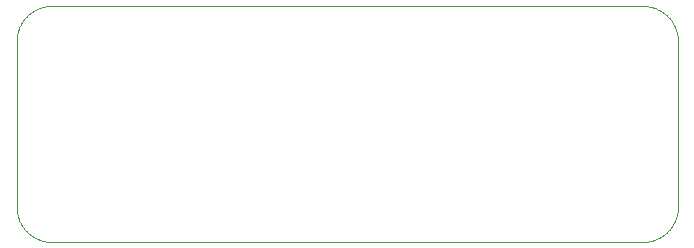
<source format=gbr>
G04 EAGLE Gerber RS-274X export*
G75*
%MOMM*%
%FSLAX34Y34*%
%LPD*%
%INBRD*%
%IPPOS*%
%AMOC8*
5,1,8,0,0,1.08239X$1,22.5*%
G01*
%ADD10C,0.000000*%


D10*
X40000Y210000D02*
X540000Y210000D01*
X540000Y10000D02*
X40000Y10000D01*
X540000Y210000D02*
X540725Y209991D01*
X541449Y209965D01*
X542173Y209921D01*
X542895Y209860D01*
X543616Y209781D01*
X544335Y209685D01*
X545051Y209572D01*
X545764Y209441D01*
X546474Y209293D01*
X547179Y209128D01*
X547881Y208946D01*
X548578Y208747D01*
X549271Y208532D01*
X549957Y208299D01*
X550638Y208050D01*
X551313Y207785D01*
X551981Y207504D01*
X552642Y207206D01*
X553296Y206893D01*
X553942Y206564D01*
X554580Y206219D01*
X555209Y205859D01*
X555829Y205484D01*
X556440Y205094D01*
X557042Y204690D01*
X557634Y204271D01*
X558215Y203837D01*
X558786Y203390D01*
X559345Y202929D01*
X559894Y202455D01*
X560430Y201968D01*
X560955Y201468D01*
X561468Y200955D01*
X561968Y200430D01*
X562455Y199894D01*
X562929Y199345D01*
X563390Y198786D01*
X563837Y198215D01*
X564271Y197634D01*
X564690Y197042D01*
X565094Y196440D01*
X565484Y195829D01*
X565859Y195209D01*
X566219Y194580D01*
X566564Y193942D01*
X566893Y193296D01*
X567206Y192642D01*
X567504Y191981D01*
X567785Y191313D01*
X568050Y190638D01*
X568299Y189957D01*
X568532Y189271D01*
X568747Y188578D01*
X568946Y187881D01*
X569128Y187179D01*
X569293Y186474D01*
X569441Y185764D01*
X569572Y185051D01*
X569685Y184335D01*
X569781Y183616D01*
X569860Y182895D01*
X569921Y182173D01*
X569965Y181449D01*
X569991Y180725D01*
X570000Y180000D01*
X570000Y40000D01*
X569991Y39275D01*
X569965Y38551D01*
X569921Y37827D01*
X569860Y37105D01*
X569781Y36384D01*
X569685Y35665D01*
X569572Y34949D01*
X569441Y34236D01*
X569293Y33526D01*
X569128Y32821D01*
X568946Y32119D01*
X568747Y31422D01*
X568532Y30729D01*
X568299Y30043D01*
X568050Y29362D01*
X567785Y28687D01*
X567504Y28019D01*
X567206Y27358D01*
X566893Y26704D01*
X566564Y26058D01*
X566219Y25420D01*
X565859Y24791D01*
X565484Y24171D01*
X565094Y23560D01*
X564690Y22958D01*
X564271Y22366D01*
X563837Y21785D01*
X563390Y21214D01*
X562929Y20655D01*
X562455Y20106D01*
X561968Y19570D01*
X561468Y19045D01*
X560955Y18532D01*
X560430Y18032D01*
X559894Y17545D01*
X559345Y17071D01*
X558786Y16610D01*
X558215Y16163D01*
X557634Y15729D01*
X557042Y15310D01*
X556440Y14906D01*
X555829Y14516D01*
X555209Y14141D01*
X554580Y13781D01*
X553942Y13436D01*
X553296Y13107D01*
X552642Y12794D01*
X551981Y12496D01*
X551313Y12215D01*
X550638Y11950D01*
X549957Y11701D01*
X549271Y11468D01*
X548578Y11253D01*
X547881Y11054D01*
X547179Y10872D01*
X546474Y10707D01*
X545764Y10559D01*
X545051Y10428D01*
X544335Y10315D01*
X543616Y10219D01*
X542895Y10140D01*
X542173Y10079D01*
X541449Y10035D01*
X540725Y10009D01*
X540000Y10000D01*
X10000Y40000D02*
X10000Y180000D01*
X10009Y180725D01*
X10035Y181449D01*
X10079Y182173D01*
X10140Y182895D01*
X10219Y183616D01*
X10315Y184335D01*
X10428Y185051D01*
X10559Y185764D01*
X10707Y186474D01*
X10872Y187179D01*
X11054Y187881D01*
X11253Y188578D01*
X11468Y189271D01*
X11701Y189957D01*
X11950Y190638D01*
X12215Y191313D01*
X12496Y191981D01*
X12794Y192642D01*
X13107Y193296D01*
X13436Y193942D01*
X13781Y194580D01*
X14141Y195209D01*
X14516Y195829D01*
X14906Y196440D01*
X15310Y197042D01*
X15729Y197634D01*
X16163Y198215D01*
X16610Y198786D01*
X17071Y199345D01*
X17545Y199894D01*
X18032Y200430D01*
X18532Y200955D01*
X19045Y201468D01*
X19570Y201968D01*
X20106Y202455D01*
X20655Y202929D01*
X21214Y203390D01*
X21785Y203837D01*
X22366Y204271D01*
X22958Y204690D01*
X23560Y205094D01*
X24171Y205484D01*
X24791Y205859D01*
X25420Y206219D01*
X26058Y206564D01*
X26704Y206893D01*
X27358Y207206D01*
X28019Y207504D01*
X28687Y207785D01*
X29362Y208050D01*
X30043Y208299D01*
X30729Y208532D01*
X31422Y208747D01*
X32119Y208946D01*
X32821Y209128D01*
X33526Y209293D01*
X34236Y209441D01*
X34949Y209572D01*
X35665Y209685D01*
X36384Y209781D01*
X37105Y209860D01*
X37827Y209921D01*
X38551Y209965D01*
X39275Y209991D01*
X40000Y210000D01*
X10000Y40000D02*
X10009Y39275D01*
X10035Y38551D01*
X10079Y37827D01*
X10140Y37105D01*
X10219Y36384D01*
X10315Y35665D01*
X10428Y34949D01*
X10559Y34236D01*
X10707Y33526D01*
X10872Y32821D01*
X11054Y32119D01*
X11253Y31422D01*
X11468Y30729D01*
X11701Y30043D01*
X11950Y29362D01*
X12215Y28687D01*
X12496Y28019D01*
X12794Y27358D01*
X13107Y26704D01*
X13436Y26058D01*
X13781Y25420D01*
X14141Y24791D01*
X14516Y24171D01*
X14906Y23560D01*
X15310Y22958D01*
X15729Y22366D01*
X16163Y21785D01*
X16610Y21214D01*
X17071Y20655D01*
X17545Y20106D01*
X18032Y19570D01*
X18532Y19045D01*
X19045Y18532D01*
X19570Y18032D01*
X20106Y17545D01*
X20655Y17071D01*
X21214Y16610D01*
X21785Y16163D01*
X22366Y15729D01*
X22958Y15310D01*
X23560Y14906D01*
X24171Y14516D01*
X24791Y14141D01*
X25420Y13781D01*
X26058Y13436D01*
X26704Y13107D01*
X27358Y12794D01*
X28019Y12496D01*
X28687Y12215D01*
X29362Y11950D01*
X30043Y11701D01*
X30729Y11468D01*
X31422Y11253D01*
X32119Y11054D01*
X32821Y10872D01*
X33526Y10707D01*
X34236Y10559D01*
X34949Y10428D01*
X35665Y10315D01*
X36384Y10219D01*
X37105Y10140D01*
X37827Y10079D01*
X38551Y10035D01*
X39275Y10009D01*
X40000Y10000D01*
M02*

</source>
